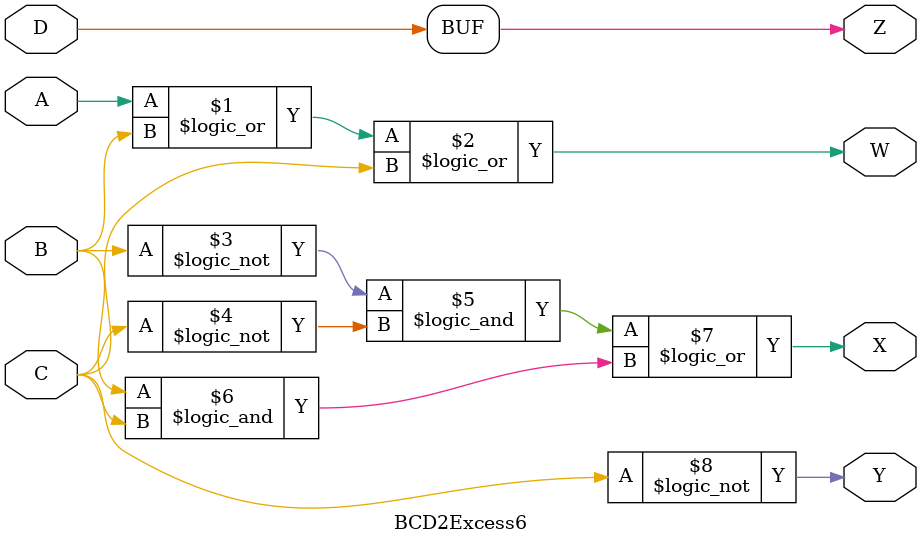
<source format=v>
module BCD2Excess6(W,X,Y,Z,A,B,C,D);
	output W,X,Y,Z;
	input A,B,C,D;
	
	assign W=(A||B||C),
		   X=(((!B)&&(!C))||(B&&C)),
		   Y=(!C),
		   Z=(D);
endmodule

</source>
